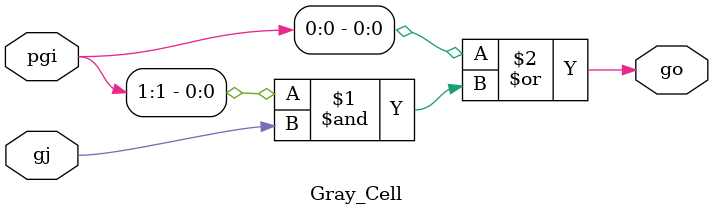
<source format=v>
`timescale 1ns / 1ps


module Gray_Cell(	
	input [1:0] pgi,
	input  gj,
	output go
    );
    
    assign go = pgi[0] | (pgi[1] & gj);
endmodule

</source>
